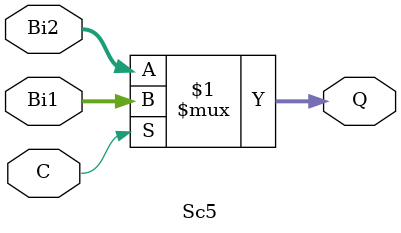
<source format=v>
`timescale 1ns / 1ps
module verilog_module_lab5(
    input A,
    input B,
    input C,
    input Al,
    input Ar,
    output Le,
    output Ld,
    output Re,
    output Rd
    );
	 
	 wire s1;
	 wire len;
	 wire ldir;
	 wire ren;
	 wire rdir;
	 supply0 GND;
	 
	/* Section3_Schematic UUT (
	 .A (A),
	.B (B),
	.C (C),
	.Re (ren),
	.Rd (rdir),
	.Le (len),
	.Ld (ldir)
	);*/
	
   section3_schematic UUT (
		.Re(ren), 
		.Ld(ldir), 
		.Rd(rdir), 
		.Le(len), 
		.B(B), 
		.C(C), 
		.A(A)
   );
	
// Bus1
Sc5 mux1(
    .Bi1(GND), 
    .Bi2(len), 
    .C(s1), 
    .Q(Le)
    );



// Bus2
Sc5 mux2 (
    .Bi1(Al), 
    .Bi2(ldir), 
    .C(s1), 
    .Q(Ld)
    );



// Bus3
Sc5 mux3 (
    .Bi1(GND), 
    .Bi2(ren), 
    .C(s1), 
    .Q(Re)
    );



// Bus0
Sc5 mux0(
    .Bi1(Ar), 
    .Bi2(rdir), 
    .C(s1), 
    .Q(Rd)
    );




assign s1 = Al & Ar;
endmodule

module Sc5(
	input [0:3] Bi1, Bi2,
	input C,
	output [0:3] Q
);
assign Q = C ? Bi1:Bi2;

endmodule



</source>
